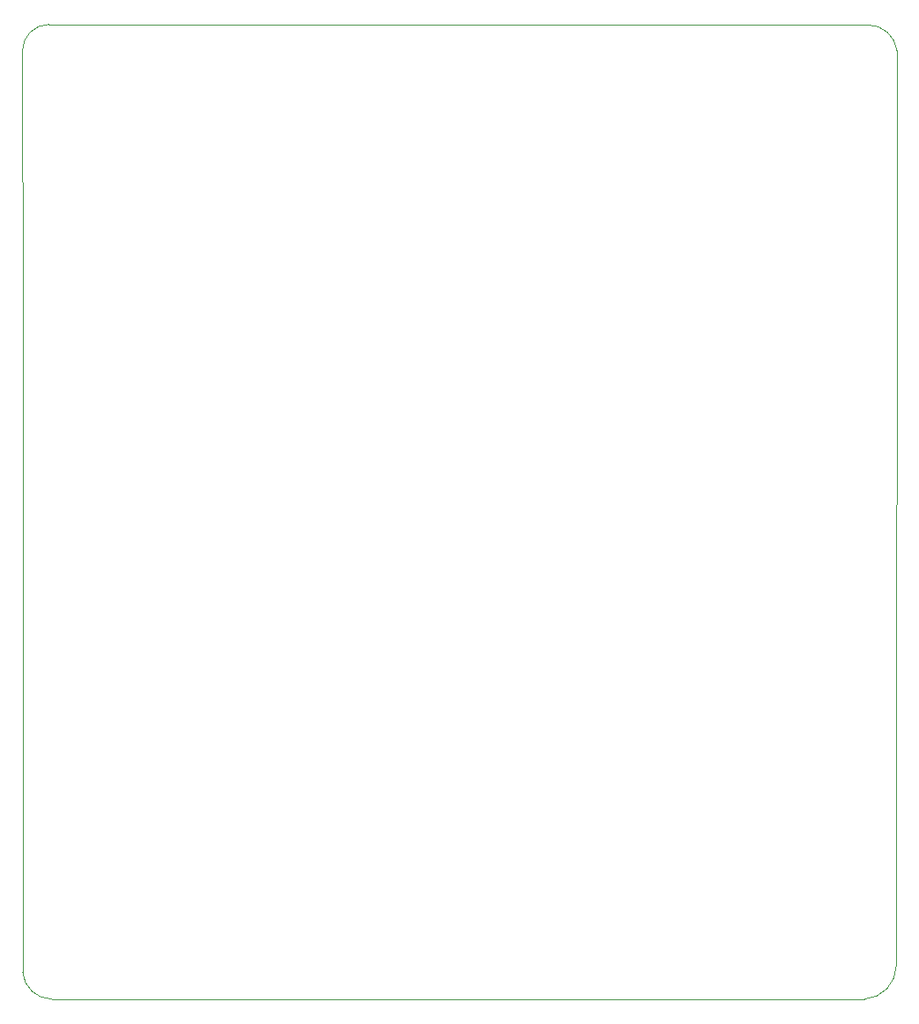
<source format=gbr>
%TF.GenerationSoftware,KiCad,Pcbnew,9.0.2*%
%TF.CreationDate,2025-07-22T21:11:50+02:00*%
%TF.ProjectId,rgbw_pmod,72676277-5f70-46d6-9f64-2e6b69636164,rev?*%
%TF.SameCoordinates,Original*%
%TF.FileFunction,Profile,NP*%
%FSLAX46Y46*%
G04 Gerber Fmt 4.6, Leading zero omitted, Abs format (unit mm)*
G04 Created by KiCad (PCBNEW 9.0.2) date 2025-07-22 21:11:50*
%MOMM*%
%LPD*%
G01*
G04 APERTURE LIST*
%TA.AperFunction,Profile*%
%ADD10C,0.100000*%
%TD*%
G04 APERTURE END LIST*
D10*
X144716348Y-125300000D02*
X66620801Y-125296282D01*
X145000000Y-31700001D02*
G75*
G02*
X147840890Y-34195355I45600J-2812899D01*
G01*
X66620801Y-125296282D02*
G75*
G02*
X63824000Y-122703945I-6101J2798282D01*
G01*
X63800000Y-34200000D02*
G75*
G02*
X66340000Y-31660000I2539950J50D01*
G01*
X63823949Y-59203949D02*
X63800000Y-34200000D01*
X147840890Y-34195355D02*
X147773835Y-122061968D01*
X66340000Y-31660000D02*
X145000000Y-31700000D01*
X63823949Y-122703949D02*
X63823949Y-59203949D01*
X147773834Y-122061968D02*
G75*
G02*
X144716348Y-125299999I-3243434J68D01*
G01*
M02*

</source>
